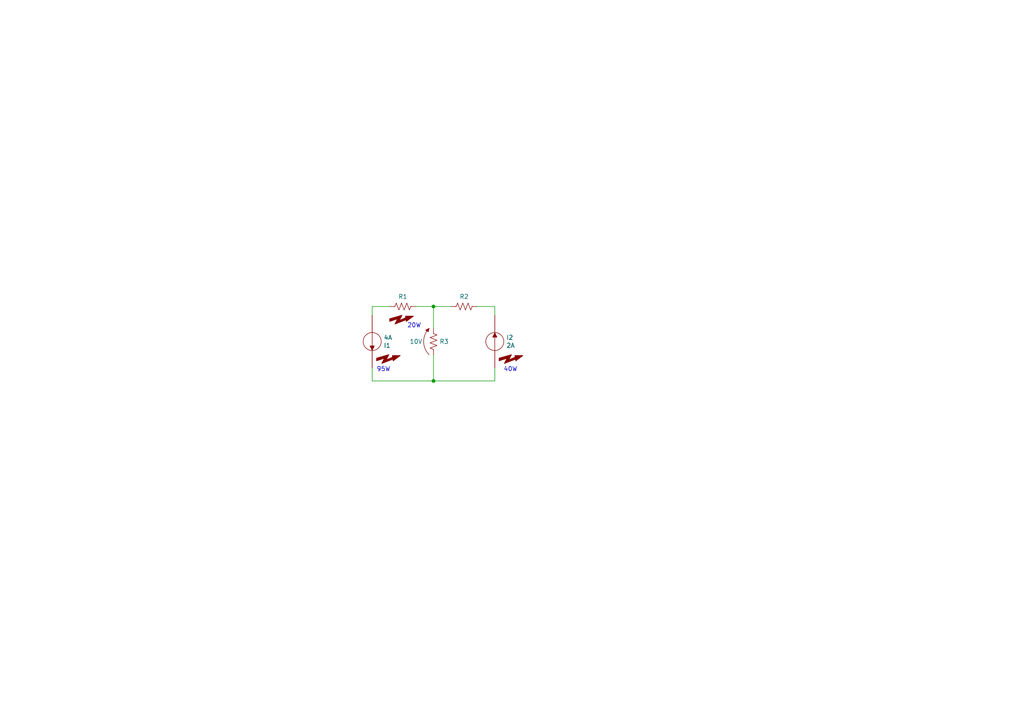
<source format=kicad_sch>
(kicad_sch (version 20211123) (generator eeschema)
  (paper "A4")
  (lib_symbols
    (symbol "Device:R_US" (pin_numbers hide) (pin_names (offset 0))
      (property "Reference" "R" (at 2.54 0 90))
      (property "Value" "R_US" (at -2.54 0 90))
      (symbol "R_US_0_1"
        (polyline (pts (xy 0 -2.286) (xy 0 -2.54)))
        (polyline (pts (xy 0 2.286) (xy 0 2.54)))
        (polyline (pts (xy 0 -0.762) (xy 1.016 -1.143) (xy 0 -1.524) (xy -1.016 -1.905) (xy 0 -2.286)))
        (polyline (pts (xy 0 0.762) (xy 1.016 0.381) (xy 0 0) (xy -1.016 -0.381) (xy 0 -0.762)))
        (polyline (pts (xy 0 2.286) (xy 1.016 1.905) (xy 0 1.524) (xy -1.016 1.143) (xy 0 0.762)))
      )
      (symbol "R_US_1_1"
        (pin passive line (at 0 3.81 270) (length 1.27) (name "~") (number "1"))
        (pin passive line (at 0 -3.81 90) (length 1.27) (name "~") (number "2"))
      )
    )
    (symbol "Graphic:SYM_Flash_Small" (pin_names (offset 1.016))
      (symbol "SYM_Flash_Small_0_1"
        (polyline (pts (xy 0.508 -1.016) (xy -1.016 -0.762) (xy -1.016 -3.048) (xy 0.508 -1.016)) (stroke (width 0.2032)) (fill (type outline)))
        (polyline (pts (xy -0.254 3.81) (xy 0.508 3.81) (xy -0.254 1.524) (xy 1.27 2.286) (xy 0 -1.016) (xy -0.508 -0.762) (xy 0.254 1.016) (xy -1.27 0.254) (xy -0.254 3.81)) (stroke (width 0.2032)) (fill (type outline)))
      )
    )
    (symbol "balanco-de-potencia-rescue:fonte_corrente-Pessoal" (pin_numbers hide) (pin_names (offset 0))
      (property "Reference" "I" (at 3.81 0 0))
      (property "Value" "fonte_corrente-Pessoal" (at -3.81 -0.635 90))
      (symbol "fonte_corrente-Pessoal_0_1"
        (polyline (pts (xy 0 -2.54) (xy 0 2.54)))
        (polyline (pts (xy 0 2.54) (xy -0.635 1.27) (xy 0.635 1.27) (xy 0 2.54)) (fill (type outline)))
        (circle (center 0 0) (radius 2.6162))
      )
      (symbol "fonte_corrente-Pessoal_1_1"
        (pin passive line (at 0 7.62 270) (length 5.08) (name "~") (number "1"))
        (pin passive line (at 0 -7.62 90) (length 5.08) (name "~") (number "2"))
      )
    )
    (symbol "balanco-de-potencia-rescue:seta_tensao_longa-Pessoal" (pin_names (offset 1.016))
      (property "Reference" "V" (at -2.54 0 0))
      (symbol "seta_tensao_longa-Pessoal_0_1"
        (polyline (pts (xy 0 3.81) (xy -1.016 3.302) (xy -0.254 2.794) (xy 0 3.81)) (fill (type outline)))
        (arc (start 0 3.81) (mid -1.5782 0) (end 0 -3.81))
      )
    )
  )
  (junction (at 125.73 110.49))
  (junction (at 125.73 88.9))
  (wire (pts (xy 143.51 110.49) (xy 125.73 110.49)))
  (wire (pts (xy 143.51 88.9) (xy 143.51 91.44)))
  (wire (pts (xy 107.95 91.44) (xy 107.95 88.9)))
  (wire (pts (xy 107.95 110.49) (xy 107.95 106.68)))
  (wire (pts (xy 125.73 88.9) (xy 125.73 95.25)))
  (wire (pts (xy 125.73 88.9) (xy 130.81 88.9)))
  (wire (pts (xy 125.73 102.87) (xy 125.73 110.49)))
  (wire (pts (xy 107.95 88.9) (xy 113.03 88.9)))
  (wire (pts (xy 120.65 88.9) (xy 125.73 88.9)))
  (wire (pts (xy 125.73 110.49) (xy 107.95 110.49)))
  (wire (pts (xy 138.43 88.9) (xy 143.51 88.9)))
  (wire (pts (xy 143.51 106.68) (xy 143.51 110.49)))
  (text "20W" (at 118.11 95.25 0) (effects (font (size 1.27 1.27)) (justify left bottom)))
  (text "95W" (at 109.22 107.95 0) (effects (font (size 1.27 1.27)) (justify left bottom)))
  (text "40W" (at 146.05 107.95 0) (effects (font (size 1.27 1.27)) (justify left bottom)))
  (symbol (lib_id "balanco-de-potencia-rescue:fonte_corrente-Pessoal") (at 107.95 99.06 0) (mirror x) (unit 1)
    (property "Reference" "I1" (at 111.2774 100.2284 0) (effects (justify left)))
    (property "Value" "4A" (at 111.2774 97.917 0) (effects (justify left)))
  )
  (symbol (lib_id "balanco-de-potencia-rescue:fonte_corrente-Pessoal") (at 143.51 99.06 0) (unit 1)
    (property "Reference" "I2" (at 146.8374 97.8916 0) (effects (justify left)))
    (property "Value" "2A" (at 146.8374 100.203 0) (effects (justify left)))
  )
  (symbol (lib_id "Device:R_US") (at 125.73 99.06 0) (unit 1)
    (property "Reference" "R3" (at 127.4572 99.06 0) (effects (justify left)))
    (property "Value" "2Ω" (effects hide))
  )
  (symbol (lib_id "Device:R_US") (at 116.84 88.9 270) (unit 1)
    (property "Reference" "R1" (at 116.84 86.0298 90))
    (property "Value" "1Ω" (effects hide))
  )
  (symbol (lib_id "Device:R_US") (at 134.62 88.9 270) (unit 1)
    (property "Reference" "R2" (at 134.62 86.0298 90))
    (property "Value" "4Ω" (effects hide))
  )
  (symbol (lib_id "Graphic:SYM_Flash_Small") (at 113.03 104.14 90) (mirror x) (unit 1)
    (property "Reference" "#SYM?" (effects hide))
    (property "Value" "SYM_Flash_Small" (effects hide))
  )
  (symbol (lib_id "balanco-de-potencia-rescue:seta_tensao_longa-Pessoal") (at 124.46 99.06 0) (unit 1)
    (property "Reference" "VR3" (effects hide))
    (property "Value" "10V" (at 120.65 99.06 0))
  )
  (symbol (lib_id "Graphic:SYM_Flash_Small") (at 116.84 92.71 90) (mirror x) (unit 1)
    (property "Reference" "#SYM?" (effects hide))
    (property "Value" "SYM_Flash_Small" (effects hide))
  )
  (symbol (lib_id "Graphic:SYM_Flash_Small") (at 148.59 104.14 90) (mirror x) (unit 1)
    (property "Reference" "#SYM?" (effects hide))
    (property "Value" "SYM_Flash_Small" (effects hide))
  )
)
</source>
